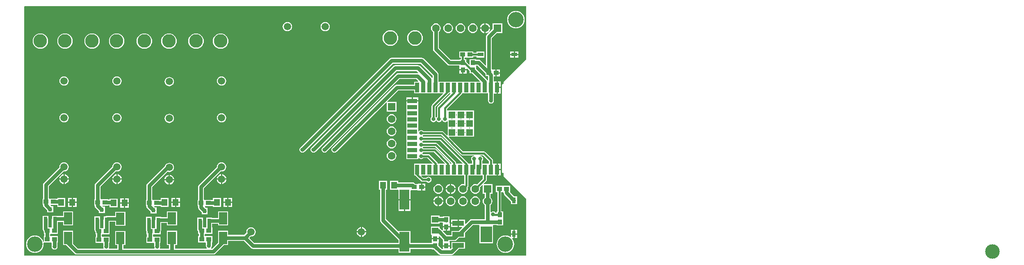
<source format=gtl>
G04*
G04 #@! TF.GenerationSoftware,Altium Limited,Altium Designer,18.0.7 (293)*
G04*
G04 Layer_Physical_Order=1*
G04 Layer_Color=255*
%FSLAX24Y24*%
%MOIN*%
G70*
G01*
G75*
%ADD19R,0.0524X0.0524*%
%ADD20R,0.0354X0.0787*%
%ADD21R,0.0787X0.0354*%
%ADD22R,0.0472X0.0315*%
%ADD23R,0.0394X0.0374*%
%ADD24R,0.0315X0.0354*%
%ADD25R,0.0669X0.0984*%
%ADD26R,0.0500X0.0550*%
%ADD27R,0.0374X0.0394*%
%ADD28R,0.0550X0.0500*%
%ADD29R,0.0315X0.0472*%
%ADD30R,0.0945X0.1299*%
%ADD31R,0.0945X0.0394*%
%ADD32R,0.0787X0.1614*%
%ADD56C,0.0315*%
%ADD57C,0.0157*%
%ADD58C,0.1100*%
%ADD59C,0.0118*%
%ADD60C,0.0591*%
%ADD61R,0.0630X0.0630*%
%ADD62C,0.0630*%
%ADD63C,0.1260*%
%ADD64C,0.1181*%
%ADD65R,0.0630X0.0630*%
%ADD66C,0.0315*%
G36*
X50728Y30293D02*
X50743Y30278D01*
X50750Y30260D01*
X50750Y26008D01*
X50735Y25964D01*
Y25964D01*
X48900Y24129D01*
Y23952D01*
X48844D01*
X48813Y23946D01*
X48787Y23929D01*
X48770Y23903D01*
X48763Y23872D01*
Y16785D01*
X48770Y16755D01*
X48787Y16729D01*
X48813Y16711D01*
X48844Y16705D01*
X48900D01*
Y16421D01*
X50735Y14585D01*
X50739Y14582D01*
X50744Y14574D01*
X50748Y14565D01*
X50750Y14555D01*
X50750Y14550D01*
X50750D01*
Y9990D01*
X50743Y9972D01*
X50728Y9957D01*
X50710Y9950D01*
X9990D01*
X9972Y9957D01*
X9957Y9972D01*
X9950Y9990D01*
Y10000D01*
Y30250D01*
Y30260D01*
X9957Y30278D01*
X9972Y30293D01*
X9990Y30300D01*
X50710D01*
X50728Y30293D01*
D02*
G37*
%LPC*%
G36*
X47450Y28912D02*
Y28550D01*
X47812D01*
X47804Y28608D01*
X47762Y28709D01*
X47696Y28796D01*
X47609Y28862D01*
X47508Y28904D01*
X47450Y28912D01*
D02*
G37*
G36*
X47350D02*
X47292Y28904D01*
X47191Y28862D01*
X47104Y28796D01*
X47038Y28709D01*
X46996Y28608D01*
X46988Y28550D01*
X47350D01*
Y28912D01*
D02*
G37*
G36*
X49900Y29912D02*
X49761Y29898D01*
X49627Y29858D01*
X49504Y29792D01*
X49396Y29704D01*
X49308Y29596D01*
X49242Y29473D01*
X49202Y29339D01*
X49188Y29200D01*
X49202Y29061D01*
X49242Y28927D01*
X49308Y28804D01*
X49396Y28696D01*
X49504Y28608D01*
X49627Y28542D01*
X49761Y28502D01*
X49900Y28488D01*
X50039Y28502D01*
X50173Y28542D01*
X50296Y28608D01*
X50404Y28696D01*
X50492Y28804D01*
X50558Y28927D01*
X50598Y29061D01*
X50612Y29200D01*
X50598Y29339D01*
X50558Y29473D01*
X50492Y29596D01*
X50404Y29704D01*
X50296Y29792D01*
X50173Y29858D01*
X50039Y29898D01*
X49900Y29912D01*
D02*
G37*
G36*
X34397Y29010D02*
X34300Y28997D01*
X34209Y28959D01*
X34130Y28899D01*
X34071Y28821D01*
X34033Y28730D01*
X34020Y28632D01*
X34033Y28535D01*
X34071Y28444D01*
X34130Y28366D01*
X34209Y28306D01*
X34300Y28268D01*
X34397Y28255D01*
X34495Y28268D01*
X34586Y28306D01*
X34664Y28366D01*
X34724Y28444D01*
X34762Y28535D01*
X34774Y28632D01*
X34762Y28730D01*
X34724Y28821D01*
X34664Y28899D01*
X34586Y28959D01*
X34495Y28997D01*
X34397Y29010D01*
D02*
G37*
G36*
X31326D02*
X31229Y28997D01*
X31138Y28959D01*
X31060Y28899D01*
X31000Y28821D01*
X30962Y28730D01*
X30949Y28632D01*
X30962Y28535D01*
X31000Y28444D01*
X31060Y28366D01*
X31138Y28306D01*
X31229Y28268D01*
X31326Y28255D01*
X31424Y28268D01*
X31515Y28306D01*
X31593Y28366D01*
X31653Y28444D01*
X31691Y28535D01*
X31704Y28632D01*
X31691Y28730D01*
X31653Y28821D01*
X31593Y28899D01*
X31515Y28959D01*
X31424Y28997D01*
X31326Y29010D01*
D02*
G37*
G36*
X46400Y28897D02*
X46297Y28884D01*
X46201Y28844D01*
X46119Y28781D01*
X46056Y28699D01*
X46016Y28603D01*
X46003Y28500D01*
X46016Y28397D01*
X46056Y28301D01*
X46119Y28219D01*
X46201Y28156D01*
X46297Y28116D01*
X46400Y28103D01*
X46503Y28116D01*
X46599Y28156D01*
X46681Y28219D01*
X46744Y28301D01*
X46784Y28397D01*
X46797Y28500D01*
X46784Y28603D01*
X46744Y28699D01*
X46681Y28781D01*
X46599Y28844D01*
X46503Y28884D01*
X46400Y28897D01*
D02*
G37*
G36*
X45400D02*
X45297Y28884D01*
X45201Y28844D01*
X45119Y28781D01*
X45056Y28699D01*
X45016Y28603D01*
X45003Y28500D01*
X45016Y28397D01*
X45056Y28301D01*
X45119Y28219D01*
X45201Y28156D01*
X45297Y28116D01*
X45400Y28103D01*
X45503Y28116D01*
X45599Y28156D01*
X45681Y28219D01*
X45744Y28301D01*
X45784Y28397D01*
X45797Y28500D01*
X45784Y28603D01*
X45744Y28699D01*
X45681Y28781D01*
X45599Y28844D01*
X45503Y28884D01*
X45400Y28897D01*
D02*
G37*
G36*
X44400D02*
X44297Y28884D01*
X44201Y28844D01*
X44119Y28781D01*
X44056Y28699D01*
X44016Y28603D01*
X44003Y28500D01*
X44016Y28397D01*
X44056Y28301D01*
X44119Y28219D01*
X44201Y28156D01*
X44297Y28116D01*
X44400Y28103D01*
X44503Y28116D01*
X44599Y28156D01*
X44681Y28219D01*
X44744Y28301D01*
X44784Y28397D01*
X44797Y28500D01*
X44784Y28603D01*
X44744Y28699D01*
X44681Y28781D01*
X44599Y28844D01*
X44503Y28884D01*
X44400Y28897D01*
D02*
G37*
G36*
X47350Y28450D02*
X46988D01*
X46996Y28392D01*
X47038Y28291D01*
X47104Y28204D01*
X47191Y28138D01*
X47292Y28096D01*
X47350Y28088D01*
Y28450D01*
D02*
G37*
G36*
X41700Y28332D02*
X41577Y28320D01*
X41458Y28284D01*
X41349Y28225D01*
X41253Y28147D01*
X41175Y28051D01*
X41116Y27942D01*
X41080Y27823D01*
X41068Y27700D01*
X41080Y27577D01*
X41116Y27458D01*
X41175Y27349D01*
X41253Y27253D01*
X41349Y27175D01*
X41458Y27116D01*
X41577Y27080D01*
X41700Y27068D01*
X41823Y27080D01*
X41942Y27116D01*
X42051Y27175D01*
X42147Y27253D01*
X42225Y27349D01*
X42284Y27458D01*
X42320Y27577D01*
X42332Y27700D01*
X42320Y27823D01*
X42284Y27942D01*
X42225Y28051D01*
X42147Y28147D01*
X42051Y28225D01*
X41942Y28284D01*
X41823Y28320D01*
X41700Y28332D01*
D02*
G37*
G36*
X39700D02*
X39577Y28320D01*
X39458Y28284D01*
X39349Y28225D01*
X39253Y28147D01*
X39175Y28051D01*
X39116Y27942D01*
X39080Y27823D01*
X39068Y27700D01*
X39080Y27577D01*
X39116Y27458D01*
X39175Y27349D01*
X39253Y27253D01*
X39349Y27175D01*
X39458Y27116D01*
X39577Y27080D01*
X39700Y27068D01*
X39823Y27080D01*
X39942Y27116D01*
X40051Y27175D01*
X40147Y27253D01*
X40225Y27349D01*
X40284Y27458D01*
X40320Y27577D01*
X40332Y27700D01*
X40320Y27823D01*
X40284Y27942D01*
X40225Y28051D01*
X40147Y28147D01*
X40051Y28225D01*
X39942Y28284D01*
X39823Y28320D01*
X39700Y28332D01*
D02*
G37*
G36*
X25900Y28082D02*
X25777Y28070D01*
X25658Y28034D01*
X25549Y27975D01*
X25453Y27897D01*
X25375Y27801D01*
X25316Y27692D01*
X25280Y27573D01*
X25268Y27450D01*
X25280Y27327D01*
X25316Y27208D01*
X25375Y27099D01*
X25453Y27003D01*
X25549Y26925D01*
X25658Y26866D01*
X25777Y26830D01*
X25900Y26818D01*
X26023Y26830D01*
X26142Y26866D01*
X26251Y26925D01*
X26347Y27003D01*
X26425Y27099D01*
X26484Y27208D01*
X26520Y27327D01*
X26532Y27450D01*
X26520Y27573D01*
X26484Y27692D01*
X26425Y27801D01*
X26347Y27897D01*
X26251Y27975D01*
X26142Y28034D01*
X26023Y28070D01*
X25900Y28082D01*
D02*
G37*
G36*
X23900D02*
X23777Y28070D01*
X23658Y28034D01*
X23549Y27975D01*
X23453Y27897D01*
X23375Y27801D01*
X23316Y27692D01*
X23280Y27573D01*
X23268Y27450D01*
X23280Y27327D01*
X23316Y27208D01*
X23375Y27099D01*
X23453Y27003D01*
X23549Y26925D01*
X23658Y26866D01*
X23777Y26830D01*
X23900Y26818D01*
X24023Y26830D01*
X24142Y26866D01*
X24251Y26925D01*
X24347Y27003D01*
X24425Y27099D01*
X24484Y27208D01*
X24520Y27327D01*
X24532Y27450D01*
X24520Y27573D01*
X24484Y27692D01*
X24425Y27801D01*
X24347Y27897D01*
X24251Y27975D01*
X24142Y28034D01*
X24023Y28070D01*
X23900Y28082D01*
D02*
G37*
G36*
X21700D02*
X21577Y28070D01*
X21458Y28034D01*
X21349Y27975D01*
X21253Y27897D01*
X21175Y27801D01*
X21116Y27692D01*
X21080Y27573D01*
X21068Y27450D01*
X21080Y27327D01*
X21116Y27208D01*
X21175Y27099D01*
X21253Y27003D01*
X21349Y26925D01*
X21458Y26866D01*
X21577Y26830D01*
X21700Y26818D01*
X21823Y26830D01*
X21942Y26866D01*
X22051Y26925D01*
X22147Y27003D01*
X22225Y27099D01*
X22284Y27208D01*
X22320Y27327D01*
X22332Y27450D01*
X22320Y27573D01*
X22284Y27692D01*
X22225Y27801D01*
X22147Y27897D01*
X22051Y27975D01*
X21942Y28034D01*
X21823Y28070D01*
X21700Y28082D01*
D02*
G37*
G36*
X19700D02*
X19577Y28070D01*
X19458Y28034D01*
X19349Y27975D01*
X19253Y27897D01*
X19175Y27801D01*
X19116Y27692D01*
X19080Y27573D01*
X19068Y27450D01*
X19080Y27327D01*
X19116Y27208D01*
X19175Y27099D01*
X19253Y27003D01*
X19349Y26925D01*
X19458Y26866D01*
X19577Y26830D01*
X19700Y26818D01*
X19823Y26830D01*
X19942Y26866D01*
X20051Y26925D01*
X20147Y27003D01*
X20225Y27099D01*
X20284Y27208D01*
X20320Y27327D01*
X20332Y27450D01*
X20320Y27573D01*
X20284Y27692D01*
X20225Y27801D01*
X20147Y27897D01*
X20051Y27975D01*
X19942Y28034D01*
X19823Y28070D01*
X19700Y28082D01*
D02*
G37*
G36*
X17450D02*
X17327Y28070D01*
X17208Y28034D01*
X17099Y27975D01*
X17003Y27897D01*
X16925Y27801D01*
X16866Y27692D01*
X16830Y27573D01*
X16818Y27450D01*
X16830Y27327D01*
X16866Y27208D01*
X16925Y27099D01*
X17003Y27003D01*
X17099Y26925D01*
X17208Y26866D01*
X17327Y26830D01*
X17450Y26818D01*
X17573Y26830D01*
X17692Y26866D01*
X17801Y26925D01*
X17897Y27003D01*
X17975Y27099D01*
X18034Y27208D01*
X18070Y27327D01*
X18082Y27450D01*
X18070Y27573D01*
X18034Y27692D01*
X17975Y27801D01*
X17897Y27897D01*
X17801Y27975D01*
X17692Y28034D01*
X17573Y28070D01*
X17450Y28082D01*
D02*
G37*
G36*
X15450D02*
X15327Y28070D01*
X15208Y28034D01*
X15099Y27975D01*
X15003Y27897D01*
X14925Y27801D01*
X14866Y27692D01*
X14830Y27573D01*
X14818Y27450D01*
X14830Y27327D01*
X14866Y27208D01*
X14925Y27099D01*
X15003Y27003D01*
X15099Y26925D01*
X15208Y26866D01*
X15327Y26830D01*
X15450Y26818D01*
X15573Y26830D01*
X15692Y26866D01*
X15801Y26925D01*
X15897Y27003D01*
X15975Y27099D01*
X16034Y27208D01*
X16070Y27327D01*
X16082Y27450D01*
X16070Y27573D01*
X16034Y27692D01*
X15975Y27801D01*
X15897Y27897D01*
X15801Y27975D01*
X15692Y28034D01*
X15573Y28070D01*
X15450Y28082D01*
D02*
G37*
G36*
X13250D02*
X13127Y28070D01*
X13008Y28034D01*
X12899Y27975D01*
X12803Y27897D01*
X12725Y27801D01*
X12666Y27692D01*
X12630Y27573D01*
X12618Y27450D01*
X12630Y27327D01*
X12666Y27208D01*
X12725Y27099D01*
X12803Y27003D01*
X12899Y26925D01*
X13008Y26866D01*
X13127Y26830D01*
X13250Y26818D01*
X13373Y26830D01*
X13492Y26866D01*
X13601Y26925D01*
X13697Y27003D01*
X13775Y27099D01*
X13834Y27208D01*
X13870Y27327D01*
X13882Y27450D01*
X13870Y27573D01*
X13834Y27692D01*
X13775Y27801D01*
X13697Y27897D01*
X13601Y27975D01*
X13492Y28034D01*
X13373Y28070D01*
X13250Y28082D01*
D02*
G37*
G36*
X11250D02*
X11127Y28070D01*
X11008Y28034D01*
X10899Y27975D01*
X10803Y27897D01*
X10725Y27801D01*
X10666Y27692D01*
X10630Y27573D01*
X10618Y27450D01*
X10630Y27327D01*
X10666Y27208D01*
X10725Y27099D01*
X10803Y27003D01*
X10899Y26925D01*
X11008Y26866D01*
X11127Y26830D01*
X11250Y26818D01*
X11373Y26830D01*
X11492Y26866D01*
X11601Y26925D01*
X11697Y27003D01*
X11775Y27099D01*
X11834Y27208D01*
X11870Y27327D01*
X11882Y27450D01*
X11870Y27573D01*
X11834Y27692D01*
X11775Y27801D01*
X11697Y27897D01*
X11601Y27975D01*
X11492Y28034D01*
X11373Y28070D01*
X11250Y28082D01*
D02*
G37*
G36*
X50114Y26607D02*
X49828D01*
Y26400D01*
X50114D01*
Y26607D01*
D02*
G37*
G36*
X49728D02*
X49442D01*
Y26400D01*
X49728D01*
Y26607D01*
D02*
G37*
G36*
X50114Y26300D02*
X49828D01*
Y26093D01*
X50114D01*
Y26300D01*
D02*
G37*
G36*
X49728D02*
X49442D01*
Y26093D01*
X49728D01*
Y26300D01*
D02*
G37*
G36*
X48592Y25137D02*
X48345D01*
Y24900D01*
X48592D01*
Y25137D01*
D02*
G37*
G36*
X45887Y25055D02*
X45650D01*
Y24808D01*
X45887D01*
Y25055D01*
D02*
G37*
G36*
X45550D02*
X45313D01*
Y24808D01*
X45550D01*
Y25055D01*
D02*
G37*
G36*
X48592Y24800D02*
X48345D01*
Y24563D01*
X48592D01*
Y24800D01*
D02*
G37*
G36*
X43400Y28897D02*
X43297Y28884D01*
X43201Y28844D01*
X43119Y28781D01*
X43056Y28699D01*
X43016Y28603D01*
X43003Y28500D01*
X43016Y28397D01*
X43056Y28301D01*
X43119Y28219D01*
X43159Y28189D01*
Y26800D01*
X43177Y26708D01*
X43230Y26630D01*
X44334Y25525D01*
X44413Y25473D01*
X44505Y25454D01*
X45298D01*
X45301Y25447D01*
X45313Y25402D01*
X45313Y25402D01*
X45313Y25402D01*
Y25155D01*
X45887D01*
Y25221D01*
X45933Y25240D01*
X46134Y25039D01*
Y24834D01*
X46335D01*
X46975Y24194D01*
X46956Y24148D01*
X43616D01*
Y24725D01*
X43598Y24817D01*
X43545Y24895D01*
X42420Y26020D01*
X42342Y26073D01*
X42250Y26091D01*
X39807D01*
X39715Y26073D01*
X39636Y26020D01*
X32380Y18764D01*
X32327Y18685D01*
X32309Y18593D01*
X32327Y18501D01*
X32380Y18423D01*
X32458Y18371D01*
X32550Y18352D01*
X32642Y18371D01*
X32720Y18423D01*
X39907Y25609D01*
X42150D01*
X43134Y24625D01*
Y24452D01*
X43084Y24437D01*
X43046Y24495D01*
X42120Y25420D01*
X42042Y25473D01*
X41950Y25491D01*
X40107D01*
X40015Y25473D01*
X39936Y25420D01*
X33280Y18764D01*
X33227Y18685D01*
X33209Y18593D01*
X33227Y18501D01*
X33280Y18423D01*
X33358Y18371D01*
X33450Y18352D01*
X33542Y18371D01*
X33620Y18423D01*
X40207Y25009D01*
X41850D01*
X41984Y24875D01*
X41960Y24829D01*
X41900Y24841D01*
X40343D01*
X40251Y24823D01*
X40173Y24770D01*
X34180Y18777D01*
X34127Y18699D01*
X34109Y18607D01*
Y18600D01*
X34127Y18508D01*
X34180Y18430D01*
X34258Y18377D01*
X34350Y18359D01*
X34442Y18377D01*
X34520Y18430D01*
X34534Y18450D01*
X40443Y24359D01*
X41800D01*
X41966Y24194D01*
X41946Y24148D01*
X41619D01*
Y23916D01*
X40232D01*
X40140Y23898D01*
X40062Y23846D01*
X34980Y18764D01*
X34927Y18685D01*
X34909Y18593D01*
X34927Y18501D01*
X34980Y18423D01*
X35058Y18371D01*
X35150Y18352D01*
X35242Y18371D01*
X35320Y18423D01*
X39356Y22459D01*
X39406Y22438D01*
Y21706D01*
X40194D01*
Y22494D01*
X39462D01*
X39441Y22544D01*
X40332Y23434D01*
X41619D01*
Y23203D01*
X43960D01*
X43979Y23157D01*
X43086Y22264D01*
X43052Y22211D01*
X43039Y22150D01*
X43039Y22150D01*
Y21260D01*
X43030Y21254D01*
X42977Y21176D01*
X42959Y21084D01*
X42977Y20991D01*
X43030Y20913D01*
X43108Y20861D01*
X43200Y20843D01*
X43292Y20861D01*
X43370Y20913D01*
X43395Y20950D01*
X43455D01*
X43480Y20913D01*
X43558Y20861D01*
X43650Y20843D01*
X43742Y20861D01*
X43820Y20913D01*
X43873Y20991D01*
X43875Y21002D01*
X43925D01*
X43927Y20991D01*
X43980Y20913D01*
X44058Y20861D01*
X44150Y20843D01*
X44242Y20861D01*
X44309Y20906D01*
X44359Y20889D01*
Y20382D01*
X44359D01*
Y20341D01*
X44359D01*
Y19783D01*
X44313Y19764D01*
X44014Y20064D01*
X43961Y20098D01*
X43900Y20111D01*
X43900Y20111D01*
X42377D01*
X42370Y20120D01*
X42292Y20173D01*
X42200Y20191D01*
X42108Y20173D01*
X42030Y20120D01*
X42004Y20082D01*
X41954Y20097D01*
Y20323D01*
Y20823D01*
Y21323D01*
Y21823D01*
Y22302D01*
X41975D01*
Y22529D01*
X41481D01*
X40988D01*
Y22302D01*
X41009D01*
Y21823D01*
Y21323D01*
Y20823D01*
Y20323D01*
Y19823D01*
Y19323D01*
Y18823D01*
Y18323D01*
Y17823D01*
X41954D01*
Y17932D01*
X42004Y17947D01*
X42030Y17908D01*
X42108Y17856D01*
X42200Y17838D01*
X42292Y17856D01*
X42370Y17908D01*
X42377Y17918D01*
X42705D01*
X43122Y17501D01*
X43103Y17455D01*
X41619D01*
Y16510D01*
X41729D01*
X41762Y16461D01*
X42186Y16036D01*
X42186Y16036D01*
X42239Y16002D01*
X42300Y15989D01*
X42623D01*
X42630Y15980D01*
X42708Y15927D01*
X42800Y15909D01*
X42892Y15927D01*
X42970Y15980D01*
X43023Y16058D01*
X43041Y16150D01*
X43023Y16242D01*
X42970Y16320D01*
X42892Y16373D01*
X42800Y16391D01*
X42708Y16373D01*
X42630Y16320D01*
X42623Y16311D01*
X42367D01*
X42213Y16464D01*
X42233Y16510D01*
X45715D01*
Y15830D01*
X45665Y15789D01*
X45600Y15797D01*
X45497Y15784D01*
X45401Y15744D01*
X45319Y15681D01*
X45256Y15599D01*
X45216Y15503D01*
X45203Y15400D01*
X45216Y15297D01*
X45256Y15201D01*
X45319Y15119D01*
X45401Y15056D01*
X45497Y15016D01*
X45600Y15003D01*
X45703Y15016D01*
X45799Y15056D01*
X45881Y15119D01*
X45944Y15201D01*
X45984Y15297D01*
X45997Y15400D01*
X45984Y15503D01*
X45968Y15541D01*
X45989Y15562D01*
X45989Y15562D01*
X46024Y15614D01*
X46036Y15675D01*
Y16510D01*
X47215D01*
Y16242D01*
X46741Y15768D01*
X46703Y15784D01*
X46600Y15797D01*
X46497Y15784D01*
X46401Y15744D01*
X46319Y15681D01*
X46256Y15599D01*
X46216Y15503D01*
X46203Y15400D01*
X46216Y15297D01*
X46256Y15201D01*
X46319Y15119D01*
X46401Y15056D01*
X46497Y15016D01*
X46600Y15003D01*
X46703Y15016D01*
X46799Y15056D01*
X46881Y15119D01*
X46944Y15201D01*
X46984Y15297D01*
X46997Y15400D01*
X46984Y15503D01*
X46968Y15541D01*
X47160Y15733D01*
X47206Y15714D01*
Y15006D01*
X47359D01*
Y14711D01*
X47319Y14681D01*
X47256Y14599D01*
X47216Y14503D01*
X47203Y14400D01*
X47216Y14297D01*
X47256Y14201D01*
X47319Y14119D01*
X47359Y14089D01*
Y12941D01*
X46306D01*
X46214Y12923D01*
X46136Y12870D01*
X45827Y12561D01*
X45781Y12581D01*
Y12902D01*
X45258D01*
Y12606D01*
Y12309D01*
X45509D01*
X45528Y12262D01*
X45241Y11976D01*
X44657D01*
Y11636D01*
X44300D01*
X43978Y11958D01*
X43999Y12008D01*
X44200D01*
Y12255D01*
X43963D01*
Y12044D01*
X43913Y12023D01*
X43759Y12177D01*
X43704Y12214D01*
Y12335D01*
X42996D01*
Y11678D01*
X43039D01*
X43063Y11637D01*
Y11391D01*
X43350D01*
X43637D01*
Y11552D01*
X43683Y11571D01*
X43984Y11270D01*
X43984Y11093D01*
X43963Y11052D01*
X43963Y11028D01*
Y10805D01*
X44537D01*
X44537Y11052D01*
X44516Y11093D01*
X44516Y11119D01*
X44551Y11154D01*
X44904D01*
X44996Y11173D01*
X45074Y11225D01*
X45273Y11424D01*
X45759D01*
Y11813D01*
X46406Y12459D01*
X46903D01*
X46941Y12428D01*
X46941Y12409D01*
Y10972D01*
X48043D01*
Y12409D01*
X48043Y12428D01*
X48080Y12459D01*
X48334D01*
Y12424D01*
X48866D01*
Y12976D01*
X48866D01*
Y13015D01*
X48866D01*
Y13566D01*
X48715D01*
Y15134D01*
X48820D01*
X48830Y15134D01*
X48870D01*
X48904Y15094D01*
Y15083D01*
X48923Y14991D01*
X48975Y14912D01*
X49514Y14374D01*
Y14163D01*
X49986D01*
Y14455D01*
X49991Y14478D01*
X49986Y14501D01*
Y14793D01*
X49776D01*
X49421Y15148D01*
Y15666D01*
X48880D01*
X48870Y15666D01*
X48830D01*
X48820Y15666D01*
X48279D01*
Y15134D01*
X48394D01*
Y13566D01*
X48334D01*
Y13451D01*
X48257D01*
X48220Y13506D01*
X48142Y13558D01*
X48050Y13577D01*
X47958Y13558D01*
X47891Y13514D01*
X47841Y13531D01*
Y14089D01*
X47881Y14119D01*
X47944Y14201D01*
X47984Y14297D01*
X47997Y14400D01*
X47984Y14503D01*
X47944Y14599D01*
X47881Y14681D01*
X47841Y14711D01*
Y15006D01*
X47994D01*
Y15794D01*
X47286D01*
X47267Y15840D01*
X47489Y16062D01*
X47524Y16114D01*
X47536Y16175D01*
Y16510D01*
X48098D01*
Y16489D01*
X48325D01*
Y16982D01*
Y17476D01*
X48098D01*
Y17455D01*
X48036D01*
Y17725D01*
X48024Y17786D01*
X47989Y17838D01*
X47989Y17838D01*
X47414Y18414D01*
X47361Y18448D01*
X47300Y18461D01*
X47300Y18461D01*
X45617D01*
X44464Y19613D01*
X44483Y19659D01*
X45041D01*
Y19659D01*
X45082D01*
Y19659D01*
X45763D01*
Y19659D01*
X45804D01*
Y19659D01*
X46485D01*
Y20341D01*
X46485D01*
Y20382D01*
X46485D01*
Y21063D01*
X46485D01*
Y21104D01*
X46485D01*
Y21785D01*
X45804D01*
Y21785D01*
X45763D01*
Y21785D01*
X45082D01*
Y21785D01*
X45041D01*
Y21785D01*
X44359D01*
Y21785D01*
X44311Y21788D01*
Y21933D01*
X45489Y23112D01*
X45489Y23112D01*
X45524Y23164D01*
X45531Y23203D01*
X47634D01*
Y22600D01*
X47653Y22508D01*
X47705Y22430D01*
X47783Y22377D01*
X47875Y22359D01*
X47967Y22377D01*
X48046Y22430D01*
X48098Y22508D01*
X48116Y22600D01*
Y23182D01*
X48325D01*
Y23675D01*
Y24169D01*
X48103D01*
Y24563D01*
X48245D01*
Y24850D01*
Y25137D01*
X47998D01*
Y25137D01*
X47996Y25134D01*
X47946Y25152D01*
Y27705D01*
X48347Y28106D01*
X48794D01*
Y28894D01*
X48006D01*
Y28447D01*
X47744Y28185D01*
X47707Y28218D01*
X47715Y28229D01*
X47762Y28291D01*
X47804Y28392D01*
X47812Y28450D01*
X47450D01*
Y28088D01*
X47508Y28096D01*
X47609Y28138D01*
X47671Y28185D01*
X47682Y28193D01*
X47715Y28156D01*
X47534Y27975D01*
X47482Y27897D01*
X47464Y27805D01*
Y25497D01*
X47418Y25478D01*
X47025Y25870D01*
X46947Y25923D01*
X46855Y25941D01*
X46666D01*
Y25976D01*
X46134D01*
Y25558D01*
X46088Y25539D01*
X45866Y25761D01*
Y25971D01*
X45740D01*
Y26084D01*
X45845D01*
X45856Y26084D01*
X45895D01*
X45906Y26084D01*
X46446D01*
Y26189D01*
X46707D01*
Y26114D01*
X47337D01*
Y26348D01*
X47337Y26350D01*
X47337Y26352D01*
Y26586D01*
X46707D01*
Y26511D01*
X46446D01*
Y26616D01*
X45906D01*
X45895Y26616D01*
X45856D01*
X45845Y26616D01*
X45304D01*
Y26084D01*
X45419D01*
Y25971D01*
X45334D01*
Y25936D01*
X44604D01*
X43641Y26900D01*
Y28189D01*
X43681Y28219D01*
X43744Y28301D01*
X43784Y28397D01*
X43797Y28500D01*
X43784Y28603D01*
X43744Y28699D01*
X43681Y28781D01*
X43599Y28844D01*
X43503Y28884D01*
X43400Y28897D01*
D02*
G37*
G36*
X25978Y24577D02*
X25880Y24564D01*
X25789Y24527D01*
X25711Y24467D01*
X25651Y24389D01*
X25613Y24298D01*
X25600Y24200D01*
X25613Y24102D01*
X25651Y24011D01*
X25711Y23933D01*
X25789Y23873D01*
X25880Y23836D01*
X25978Y23823D01*
X26075Y23836D01*
X26166Y23873D01*
X26244Y23933D01*
X26304Y24011D01*
X26342Y24102D01*
X26355Y24200D01*
X26342Y24298D01*
X26304Y24389D01*
X26244Y24467D01*
X26166Y24527D01*
X26075Y24564D01*
X25978Y24577D01*
D02*
G37*
G36*
X17478D02*
X17380Y24564D01*
X17289Y24527D01*
X17211Y24467D01*
X17151Y24389D01*
X17113Y24298D01*
X17100Y24200D01*
X17113Y24102D01*
X17151Y24011D01*
X17211Y23933D01*
X17289Y23873D01*
X17380Y23836D01*
X17478Y23823D01*
X17575Y23836D01*
X17666Y23873D01*
X17744Y23933D01*
X17804Y24011D01*
X17842Y24102D01*
X17855Y24200D01*
X17842Y24298D01*
X17804Y24389D01*
X17744Y24467D01*
X17666Y24527D01*
X17575Y24564D01*
X17478Y24577D01*
D02*
G37*
G36*
X13178D02*
X13080Y24564D01*
X12989Y24527D01*
X12911Y24467D01*
X12851Y24389D01*
X12813Y24298D01*
X12800Y24200D01*
X12813Y24102D01*
X12851Y24011D01*
X12911Y23933D01*
X12989Y23873D01*
X13080Y23836D01*
X13178Y23823D01*
X13275Y23836D01*
X13366Y23873D01*
X13444Y23933D01*
X13504Y24011D01*
X13542Y24102D01*
X13555Y24200D01*
X13542Y24298D01*
X13504Y24389D01*
X13444Y24467D01*
X13366Y24527D01*
X13275Y24564D01*
X13178Y24577D01*
D02*
G37*
G36*
X21728Y24527D02*
X21630Y24514D01*
X21539Y24477D01*
X21461Y24417D01*
X21401Y24339D01*
X21363Y24248D01*
X21350Y24150D01*
X21363Y24052D01*
X21401Y23961D01*
X21461Y23883D01*
X21539Y23823D01*
X21630Y23786D01*
X21728Y23773D01*
X21825Y23786D01*
X21916Y23823D01*
X21994Y23883D01*
X22054Y23961D01*
X22092Y24052D01*
X22105Y24150D01*
X22092Y24248D01*
X22054Y24339D01*
X21994Y24417D01*
X21916Y24477D01*
X21825Y24514D01*
X21728Y24527D01*
D02*
G37*
G36*
X48652Y24169D02*
X48425D01*
Y23725D01*
X48652D01*
Y24169D01*
D02*
G37*
G36*
Y23625D02*
X48425D01*
Y23182D01*
X48652D01*
Y23625D01*
D02*
G37*
G36*
X41975Y22856D02*
X41532D01*
Y22629D01*
X41975D01*
Y22856D01*
D02*
G37*
G36*
X41431D02*
X40988D01*
Y22629D01*
X41431D01*
Y22856D01*
D02*
G37*
G36*
X25978Y21577D02*
X25880Y21564D01*
X25789Y21527D01*
X25711Y21467D01*
X25651Y21389D01*
X25613Y21298D01*
X25600Y21200D01*
X25613Y21102D01*
X25651Y21011D01*
X25711Y20933D01*
X25789Y20873D01*
X25880Y20836D01*
X25978Y20823D01*
X26075Y20836D01*
X26166Y20873D01*
X26244Y20933D01*
X26304Y21011D01*
X26342Y21102D01*
X26355Y21200D01*
X26342Y21298D01*
X26304Y21389D01*
X26244Y21467D01*
X26166Y21527D01*
X26075Y21564D01*
X25978Y21577D01*
D02*
G37*
G36*
X17478D02*
X17380Y21564D01*
X17289Y21527D01*
X17211Y21467D01*
X17151Y21389D01*
X17113Y21298D01*
X17100Y21200D01*
X17113Y21102D01*
X17151Y21011D01*
X17211Y20933D01*
X17289Y20873D01*
X17380Y20836D01*
X17478Y20823D01*
X17575Y20836D01*
X17666Y20873D01*
X17744Y20933D01*
X17804Y21011D01*
X17842Y21102D01*
X17855Y21200D01*
X17842Y21298D01*
X17804Y21389D01*
X17744Y21467D01*
X17666Y21527D01*
X17575Y21564D01*
X17478Y21577D01*
D02*
G37*
G36*
X13178D02*
X13080Y21564D01*
X12989Y21527D01*
X12911Y21467D01*
X12851Y21389D01*
X12813Y21298D01*
X12800Y21200D01*
X12813Y21102D01*
X12851Y21011D01*
X12911Y20933D01*
X12989Y20873D01*
X13080Y20836D01*
X13178Y20823D01*
X13275Y20836D01*
X13366Y20873D01*
X13444Y20933D01*
X13504Y21011D01*
X13542Y21102D01*
X13555Y21200D01*
X13542Y21298D01*
X13504Y21389D01*
X13444Y21467D01*
X13366Y21527D01*
X13275Y21564D01*
X13178Y21577D01*
D02*
G37*
G36*
X21728Y21527D02*
X21630Y21514D01*
X21539Y21477D01*
X21461Y21417D01*
X21401Y21339D01*
X21363Y21248D01*
X21350Y21150D01*
X21363Y21052D01*
X21401Y20961D01*
X21461Y20883D01*
X21539Y20823D01*
X21630Y20786D01*
X21728Y20773D01*
X21825Y20786D01*
X21916Y20823D01*
X21994Y20883D01*
X22054Y20961D01*
X22092Y21052D01*
X22105Y21150D01*
X22092Y21248D01*
X22054Y21339D01*
X21994Y21417D01*
X21916Y21477D01*
X21825Y21514D01*
X21728Y21527D01*
D02*
G37*
G36*
X39800Y21497D02*
X39697Y21484D01*
X39601Y21444D01*
X39519Y21381D01*
X39456Y21299D01*
X39416Y21203D01*
X39403Y21100D01*
X39416Y20997D01*
X39456Y20901D01*
X39519Y20819D01*
X39601Y20756D01*
X39697Y20716D01*
X39800Y20703D01*
X39903Y20716D01*
X39999Y20756D01*
X40081Y20819D01*
X40144Y20901D01*
X40184Y20997D01*
X40197Y21100D01*
X40184Y21203D01*
X40144Y21299D01*
X40081Y21381D01*
X39999Y21444D01*
X39903Y21484D01*
X39800Y21497D01*
D02*
G37*
G36*
Y20497D02*
X39697Y20484D01*
X39601Y20444D01*
X39519Y20381D01*
X39456Y20299D01*
X39416Y20203D01*
X39403Y20100D01*
X39416Y19997D01*
X39456Y19901D01*
X39519Y19819D01*
X39601Y19756D01*
X39697Y19716D01*
X39800Y19703D01*
X39903Y19716D01*
X39999Y19756D01*
X40081Y19819D01*
X40144Y19901D01*
X40184Y19997D01*
X40197Y20100D01*
X40184Y20203D01*
X40144Y20299D01*
X40081Y20381D01*
X39999Y20444D01*
X39903Y20484D01*
X39800Y20497D01*
D02*
G37*
G36*
Y19497D02*
X39697Y19484D01*
X39601Y19444D01*
X39519Y19381D01*
X39456Y19299D01*
X39416Y19203D01*
X39403Y19100D01*
X39416Y18997D01*
X39456Y18901D01*
X39519Y18819D01*
X39601Y18756D01*
X39697Y18716D01*
X39800Y18703D01*
X39903Y18716D01*
X39999Y18756D01*
X40081Y18819D01*
X40144Y18901D01*
X40184Y18997D01*
X40197Y19100D01*
X40184Y19203D01*
X40144Y19299D01*
X40081Y19381D01*
X39999Y19444D01*
X39903Y19484D01*
X39800Y19497D01*
D02*
G37*
G36*
Y18497D02*
X39697Y18484D01*
X39601Y18444D01*
X39519Y18381D01*
X39456Y18299D01*
X39416Y18203D01*
X39403Y18100D01*
X39416Y17997D01*
X39456Y17901D01*
X39519Y17819D01*
X39601Y17756D01*
X39697Y17716D01*
X39800Y17703D01*
X39903Y17716D01*
X39999Y17756D01*
X40081Y17819D01*
X40144Y17901D01*
X40184Y17997D01*
X40197Y18100D01*
X40184Y18203D01*
X40144Y18299D01*
X40081Y18381D01*
X39999Y18444D01*
X39903Y18484D01*
X39800Y18497D01*
D02*
G37*
G36*
X48652Y17476D02*
X48425D01*
Y17032D01*
X48652D01*
Y17476D01*
D02*
G37*
G36*
X25978Y17577D02*
X25880Y17564D01*
X25789Y17527D01*
X25711Y17467D01*
X25651Y17389D01*
X25613Y17298D01*
X25600Y17200D01*
X25601Y17192D01*
X24139Y15730D01*
X24087Y15652D01*
X24069Y15559D01*
Y14516D01*
X24034D01*
Y13984D01*
X24069D01*
Y13884D01*
X24087Y13792D01*
X24139Y13714D01*
X24364Y13489D01*
Y13338D01*
X24836D01*
Y13570D01*
X24841Y13594D01*
X24836Y13617D01*
Y13850D01*
X24685D01*
X24622Y13913D01*
X24624Y13974D01*
X24635Y13984D01*
X25176D01*
Y14009D01*
X25271D01*
Y13946D01*
X25929D01*
Y14654D01*
X25271D01*
Y14491D01*
X25176D01*
Y14516D01*
X24635D01*
X24624Y14516D01*
X24585D01*
X24550Y14556D01*
Y15460D01*
X25921Y16830D01*
X25978Y16823D01*
X26075Y16836D01*
X26166Y16873D01*
X26244Y16933D01*
X26304Y17011D01*
X26342Y17102D01*
X26355Y17200D01*
X26342Y17298D01*
X26304Y17389D01*
X26244Y17467D01*
X26166Y17527D01*
X26075Y17564D01*
X25978Y17577D01*
D02*
G37*
G36*
X17478D02*
X17380Y17564D01*
X17289Y17527D01*
X17211Y17467D01*
X17151Y17389D01*
X17113Y17298D01*
X17107Y17247D01*
X15734Y15875D01*
X15682Y15797D01*
X15664Y15705D01*
Y14566D01*
X15629D01*
Y14034D01*
X15665D01*
X15682Y13947D01*
X15734Y13869D01*
X16014Y13589D01*
Y13438D01*
X16486D01*
Y13670D01*
X16491Y13694D01*
X16486Y13717D01*
Y13950D01*
X16335D01*
X16296Y13988D01*
X16315Y14034D01*
X16771D01*
Y14059D01*
X16871D01*
Y13896D01*
X17529D01*
Y14604D01*
X16871D01*
Y14541D01*
X16771D01*
Y14566D01*
X16220D01*
Y14566D01*
X16196D01*
X16146Y14601D01*
Y15605D01*
X17377Y16837D01*
X17380Y16836D01*
X17478Y16823D01*
X17575Y16836D01*
X17666Y16873D01*
X17744Y16933D01*
X17804Y17011D01*
X17842Y17102D01*
X17855Y17200D01*
X17842Y17298D01*
X17804Y17389D01*
X17744Y17467D01*
X17666Y17527D01*
X17575Y17564D01*
X17478Y17577D01*
D02*
G37*
G36*
X13178D02*
X13080Y17564D01*
X12989Y17527D01*
X12911Y17467D01*
X12851Y17389D01*
X12813Y17298D01*
X12800Y17200D01*
X12805Y17168D01*
X11534Y15897D01*
X11482Y15819D01*
X11464Y15727D01*
Y14616D01*
X11429D01*
Y14084D01*
X11465D01*
X11482Y13997D01*
X11534Y13919D01*
X11814Y13639D01*
Y13488D01*
X12286D01*
Y13720D01*
X12291Y13744D01*
X12286Y13767D01*
Y14000D01*
X12135D01*
X12096Y14038D01*
X12115Y14084D01*
X12571D01*
Y14109D01*
X12621D01*
Y13946D01*
X13279D01*
Y14654D01*
X12621D01*
Y14591D01*
X12571D01*
Y14616D01*
X12020D01*
Y14616D01*
X11996D01*
X11946Y14651D01*
Y15627D01*
X13145Y16827D01*
X13178Y16823D01*
X13275Y16836D01*
X13366Y16873D01*
X13444Y16933D01*
X13504Y17011D01*
X13542Y17102D01*
X13555Y17200D01*
X13542Y17298D01*
X13504Y17389D01*
X13444Y17467D01*
X13366Y17527D01*
X13275Y17564D01*
X13178Y17577D01*
D02*
G37*
G36*
X21728Y17527D02*
X21630Y17514D01*
X21539Y17477D01*
X21461Y17417D01*
X21401Y17339D01*
X21368Y17258D01*
X19934Y15825D01*
X19882Y15747D01*
X19864Y15655D01*
Y14516D01*
X19829D01*
Y13984D01*
X19866D01*
X19882Y13903D01*
X19934Y13825D01*
X20214Y13546D01*
Y13394D01*
X20686D01*
Y13627D01*
X20691Y13650D01*
X20686Y13673D01*
Y13906D01*
X20536D01*
X20508Y13940D01*
X20527Y13984D01*
X20971D01*
Y14009D01*
X21021D01*
Y13946D01*
X21679D01*
Y14654D01*
X21021D01*
Y14491D01*
X20971D01*
Y14516D01*
X20420D01*
Y14516D01*
X20396D01*
X20346Y14551D01*
Y15555D01*
X21592Y16801D01*
X21630Y16786D01*
X21728Y16773D01*
X21825Y16786D01*
X21916Y16823D01*
X21994Y16883D01*
X22054Y16961D01*
X22092Y17052D01*
X22105Y17150D01*
X22092Y17248D01*
X22054Y17339D01*
X21994Y17417D01*
X21916Y17477D01*
X21825Y17514D01*
X21728Y17527D01*
D02*
G37*
G36*
X48652Y16932D02*
X48425D01*
Y16489D01*
X48652D01*
Y16932D01*
D02*
G37*
G36*
X13228Y16592D02*
Y16250D01*
X13570D01*
X13563Y16303D01*
X13523Y16399D01*
X13459Y16482D01*
X13377Y16545D01*
X13281Y16585D01*
X13228Y16592D01*
D02*
G37*
G36*
X13128D02*
X13074Y16585D01*
X12978Y16545D01*
X12896Y16482D01*
X12832Y16399D01*
X12792Y16303D01*
X12785Y16250D01*
X13128D01*
Y16592D01*
D02*
G37*
G36*
X26028D02*
Y16250D01*
X26370D01*
X26363Y16303D01*
X26323Y16399D01*
X26259Y16482D01*
X26177Y16545D01*
X26081Y16585D01*
X26028Y16592D01*
D02*
G37*
G36*
X17528D02*
Y16250D01*
X17870D01*
X17863Y16303D01*
X17823Y16399D01*
X17759Y16482D01*
X17677Y16545D01*
X17581Y16585D01*
X17528Y16592D01*
D02*
G37*
G36*
X25928D02*
X25874Y16585D01*
X25778Y16545D01*
X25696Y16482D01*
X25632Y16399D01*
X25592Y16303D01*
X25585Y16250D01*
X25928D01*
Y16592D01*
D02*
G37*
G36*
X17428D02*
X17374Y16585D01*
X17278Y16545D01*
X17196Y16482D01*
X17132Y16399D01*
X17092Y16303D01*
X17085Y16250D01*
X17428D01*
Y16592D01*
D02*
G37*
G36*
X21778Y16542D02*
Y16200D01*
X22120D01*
X22113Y16253D01*
X22073Y16349D01*
X22009Y16432D01*
X21927Y16495D01*
X21831Y16535D01*
X21778Y16542D01*
D02*
G37*
G36*
X21678D02*
X21624Y16535D01*
X21528Y16495D01*
X21446Y16432D01*
X21382Y16349D01*
X21342Y16253D01*
X21335Y16200D01*
X21678D01*
Y16542D01*
D02*
G37*
G36*
X26370Y16150D02*
X26028D01*
Y15808D01*
X26081Y15815D01*
X26177Y15855D01*
X26259Y15918D01*
X26323Y16001D01*
X26363Y16097D01*
X26370Y16150D01*
D02*
G37*
G36*
X17870D02*
X17528D01*
Y15808D01*
X17581Y15815D01*
X17677Y15855D01*
X17759Y15918D01*
X17823Y16001D01*
X17863Y16097D01*
X17870Y16150D01*
D02*
G37*
G36*
X13570Y16150D02*
X13228D01*
Y15808D01*
X13281Y15815D01*
X13377Y15855D01*
X13459Y15918D01*
X13523Y16001D01*
X13563Y16097D01*
X13570Y16150D01*
D02*
G37*
G36*
X13128D02*
X12785D01*
X12792Y16097D01*
X12832Y16001D01*
X12896Y15918D01*
X12978Y15855D01*
X13074Y15815D01*
X13128Y15808D01*
Y16150D01*
D02*
G37*
G36*
X25928Y16150D02*
X25585D01*
X25592Y16097D01*
X25632Y16001D01*
X25696Y15918D01*
X25778Y15855D01*
X25874Y15815D01*
X25928Y15808D01*
Y16150D01*
D02*
G37*
G36*
X17428D02*
X17085D01*
X17092Y16097D01*
X17132Y16001D01*
X17196Y15918D01*
X17278Y15855D01*
X17374Y15815D01*
X17428Y15808D01*
Y16150D01*
D02*
G37*
G36*
X22120Y16100D02*
X21778D01*
Y15758D01*
X21831Y15765D01*
X21927Y15805D01*
X22009Y15868D01*
X22073Y15951D01*
X22113Y16047D01*
X22120Y16100D01*
D02*
G37*
G36*
X21678D02*
X21335D01*
X21342Y16047D01*
X21382Y15951D01*
X21446Y15868D01*
X21528Y15805D01*
X21624Y15765D01*
X21678Y15758D01*
Y16100D01*
D02*
G37*
G36*
X42291Y15837D02*
Y15600D01*
X42537D01*
Y15837D01*
X42291D01*
D02*
G37*
G36*
X44650Y15812D02*
Y15450D01*
X45012D01*
X45004Y15508D01*
X44962Y15609D01*
X44896Y15696D01*
X44809Y15762D01*
X44708Y15804D01*
X44650Y15812D01*
D02*
G37*
G36*
X44550D02*
X44492Y15804D01*
X44391Y15762D01*
X44304Y15696D01*
X44238Y15609D01*
X44196Y15508D01*
X44188Y15450D01*
X44550D01*
Y15812D01*
D02*
G37*
G36*
X42537Y15500D02*
X42291D01*
Y15263D01*
X42537D01*
Y15500D01*
D02*
G37*
G36*
X40329Y16054D02*
X39671D01*
Y15346D01*
X40306D01*
X40329Y15346D01*
X40356Y15308D01*
Y14569D01*
X40850D01*
X41344D01*
Y15247D01*
X41374Y15284D01*
X41394Y15284D01*
X41903Y15284D01*
X41944Y15263D01*
X41967Y15263D01*
X42191D01*
Y15550D01*
Y15837D01*
X41944Y15837D01*
X41903Y15816D01*
X41725Y15816D01*
X41670Y15870D01*
X41592Y15923D01*
X41500Y15941D01*
X40329D01*
Y16054D01*
D02*
G37*
G36*
X43600Y15797D02*
X43497Y15784D01*
X43401Y15744D01*
X43319Y15681D01*
X43256Y15599D01*
X43216Y15503D01*
X43203Y15400D01*
X43216Y15297D01*
X43256Y15201D01*
X43319Y15119D01*
X43401Y15056D01*
X43497Y15016D01*
X43600Y15003D01*
X43703Y15016D01*
X43799Y15056D01*
X43881Y15119D01*
X43944Y15201D01*
X43984Y15297D01*
X43997Y15400D01*
X43984Y15503D01*
X43944Y15599D01*
X43881Y15681D01*
X43799Y15744D01*
X43703Y15784D01*
X43600Y15797D01*
D02*
G37*
G36*
X45012Y15350D02*
X44650D01*
Y14988D01*
X44708Y14996D01*
X44809Y15038D01*
X44896Y15104D01*
X44962Y15191D01*
X45004Y15292D01*
X45012Y15350D01*
D02*
G37*
G36*
X44550D02*
X44188D01*
X44196Y15292D01*
X44238Y15191D01*
X44304Y15104D01*
X44391Y15038D01*
X44492Y14996D01*
X44550Y14988D01*
Y15350D01*
D02*
G37*
G36*
X43650Y14812D02*
Y14450D01*
X44012D01*
X44004Y14508D01*
X43962Y14609D01*
X43896Y14696D01*
X43809Y14762D01*
X43708Y14804D01*
X43650Y14812D01*
D02*
G37*
G36*
X43550D02*
X43492Y14804D01*
X43391Y14762D01*
X43304Y14696D01*
X43238Y14609D01*
X43196Y14508D01*
X43188Y14450D01*
X43550D01*
Y14812D01*
D02*
G37*
G36*
X26850Y14675D02*
X26550D01*
Y14350D01*
X26850D01*
Y14675D01*
D02*
G37*
G36*
X26450D02*
X26150D01*
Y14350D01*
X26450D01*
Y14675D01*
D02*
G37*
G36*
X22600D02*
X22300D01*
Y14350D01*
X22600D01*
Y14675D01*
D02*
G37*
G36*
X22200D02*
X21900D01*
Y14350D01*
X22200D01*
Y14675D01*
D02*
G37*
G36*
X14200D02*
X13900D01*
Y14350D01*
X14200D01*
Y14675D01*
D02*
G37*
G36*
X13800D02*
X13500D01*
Y14350D01*
X13800D01*
Y14675D01*
D02*
G37*
G36*
X18450Y14625D02*
X18150D01*
Y14300D01*
X18450D01*
Y14625D01*
D02*
G37*
G36*
X18050D02*
X17750D01*
Y14300D01*
X18050D01*
Y14625D01*
D02*
G37*
G36*
X46600Y14797D02*
X46497Y14784D01*
X46401Y14744D01*
X46319Y14681D01*
X46256Y14599D01*
X46216Y14503D01*
X46203Y14400D01*
X46216Y14297D01*
X46256Y14201D01*
X46319Y14119D01*
X46401Y14056D01*
X46497Y14016D01*
X46600Y14003D01*
X46703Y14016D01*
X46799Y14056D01*
X46881Y14119D01*
X46944Y14201D01*
X46984Y14297D01*
X46997Y14400D01*
X46984Y14503D01*
X46944Y14599D01*
X46881Y14681D01*
X46799Y14744D01*
X46703Y14784D01*
X46600Y14797D01*
D02*
G37*
G36*
X45600D02*
X45497Y14784D01*
X45401Y14744D01*
X45319Y14681D01*
X45256Y14599D01*
X45216Y14503D01*
X45203Y14400D01*
X45216Y14297D01*
X45256Y14201D01*
X45319Y14119D01*
X45401Y14056D01*
X45497Y14016D01*
X45600Y14003D01*
X45703Y14016D01*
X45799Y14056D01*
X45881Y14119D01*
X45944Y14201D01*
X45984Y14297D01*
X45997Y14400D01*
X45984Y14503D01*
X45944Y14599D01*
X45881Y14681D01*
X45799Y14744D01*
X45703Y14784D01*
X45600Y14797D01*
D02*
G37*
G36*
X44600D02*
X44497Y14784D01*
X44401Y14744D01*
X44319Y14681D01*
X44256Y14599D01*
X44216Y14503D01*
X44203Y14400D01*
X44216Y14297D01*
X44256Y14201D01*
X44319Y14119D01*
X44401Y14056D01*
X44497Y14016D01*
X44600Y14003D01*
X44703Y14016D01*
X44799Y14056D01*
X44881Y14119D01*
X44944Y14201D01*
X44984Y14297D01*
X44997Y14400D01*
X44984Y14503D01*
X44944Y14599D01*
X44881Y14681D01*
X44799Y14744D01*
X44703Y14784D01*
X44600Y14797D01*
D02*
G37*
G36*
X44012Y14350D02*
X43650D01*
Y13988D01*
X43708Y13996D01*
X43809Y14038D01*
X43896Y14104D01*
X43962Y14191D01*
X44004Y14292D01*
X44012Y14350D01*
D02*
G37*
G36*
X43550D02*
X43188D01*
X43196Y14292D01*
X43238Y14191D01*
X43304Y14104D01*
X43391Y14038D01*
X43492Y13996D01*
X43550Y13988D01*
Y14350D01*
D02*
G37*
G36*
X26850Y14250D02*
X26550D01*
Y13925D01*
X26850D01*
Y14250D01*
D02*
G37*
G36*
X26450D02*
X26150D01*
Y13925D01*
X26450D01*
Y14250D01*
D02*
G37*
G36*
X22600D02*
X22300D01*
Y13925D01*
X22600D01*
Y14250D01*
D02*
G37*
G36*
X22200D02*
X21900D01*
Y13925D01*
X22200D01*
Y14250D01*
D02*
G37*
G36*
X14200D02*
X13900D01*
Y13925D01*
X14200D01*
Y14250D01*
D02*
G37*
G36*
X13800D02*
X13500D01*
Y13925D01*
X13800D01*
Y14250D01*
D02*
G37*
G36*
X18450Y14200D02*
X18150D01*
Y13875D01*
X18450D01*
Y14200D01*
D02*
G37*
G36*
X18050D02*
X17750D01*
Y13875D01*
X18050D01*
Y14200D01*
D02*
G37*
G36*
X41344Y14469D02*
X40900D01*
Y13612D01*
X41344D01*
Y14469D01*
D02*
G37*
G36*
X40800D02*
X40356D01*
Y13612D01*
X40800D01*
Y14469D01*
D02*
G37*
G36*
X13913Y13558D02*
X13087D01*
Y13197D01*
X12660D01*
Y13212D01*
X12188D01*
Y12980D01*
X12183Y12956D01*
Y12266D01*
X12130D01*
X12120Y12266D01*
X12080D01*
X12070Y12266D01*
X11917D01*
Y12956D01*
X11912Y12980D01*
Y13212D01*
X11440D01*
Y12980D01*
X11435Y12956D01*
Y12129D01*
X11453Y12037D01*
X11506Y11958D01*
X11529Y11935D01*
Y11734D01*
X11564D01*
Y11566D01*
X11529D01*
Y11110D01*
X11479Y11102D01*
X11458Y11173D01*
X11392Y11296D01*
X11304Y11404D01*
X11196Y11492D01*
X11073Y11558D01*
X10939Y11598D01*
X10800Y11612D01*
X10661Y11598D01*
X10527Y11558D01*
X10404Y11492D01*
X10296Y11404D01*
X10208Y11296D01*
X10142Y11173D01*
X10102Y11039D01*
X10088Y10900D01*
X10102Y10761D01*
X10142Y10627D01*
X10208Y10504D01*
X10296Y10396D01*
X10404Y10308D01*
X10527Y10242D01*
X10661Y10202D01*
X10800Y10188D01*
X10939Y10202D01*
X11073Y10242D01*
X11196Y10308D01*
X11304Y10396D01*
X11392Y10504D01*
X11458Y10627D01*
X11498Y10761D01*
X11512Y10900D01*
X11503Y10995D01*
X11549Y11034D01*
X12070D01*
X12080Y11034D01*
X12120D01*
X12159Y10996D01*
Y10700D01*
X12177Y10608D01*
X12230Y10530D01*
X12308Y10477D01*
X12400Y10459D01*
X12492Y10477D01*
X12570Y10530D01*
X12623Y10608D01*
X12641Y10700D01*
Y11034D01*
X12671D01*
Y11566D01*
X12130D01*
X12120Y11566D01*
X12080D01*
X12046Y11606D01*
Y11700D01*
X12080Y11734D01*
X12120D01*
X12130Y11734D01*
X12671D01*
Y12266D01*
X12665D01*
Y12715D01*
X13087D01*
Y12417D01*
X13913D01*
Y13558D01*
D02*
G37*
G36*
X45158Y12902D02*
X44636D01*
Y12656D01*
X45158D01*
Y12902D01*
D02*
G37*
G36*
X39429Y16054D02*
X38771D01*
Y15346D01*
X38859D01*
Y12844D01*
X38877Y12752D01*
X38930Y12673D01*
X40378Y11226D01*
Y10991D01*
X28649D01*
X28227Y11413D01*
X28341Y11527D01*
X28374Y11523D01*
X28471Y11536D01*
X28562Y11573D01*
X28640Y11633D01*
X28700Y11711D01*
X28738Y11802D01*
X28751Y11900D01*
X28738Y11998D01*
X28700Y12089D01*
X28640Y12167D01*
X28562Y12227D01*
X28471Y12264D01*
X28374Y12277D01*
X28276Y12264D01*
X28185Y12227D01*
X28107Y12167D01*
X28047Y12089D01*
X28009Y11998D01*
X27996Y11900D01*
X28001Y11868D01*
X27786Y11653D01*
X26513D01*
Y11983D01*
X25687D01*
Y11027D01*
X25200Y10541D01*
X25145D01*
X25128Y10591D01*
X25173Y10658D01*
X25191Y10750D01*
Y11034D01*
X25226D01*
Y11566D01*
X24685D01*
X24674Y11566D01*
X24635D01*
X24600Y11606D01*
Y11700D01*
X24635Y11734D01*
X24674D01*
X24685Y11734D01*
X25226D01*
Y12266D01*
X25215D01*
Y12565D01*
X25687D01*
Y12417D01*
X26513D01*
Y13558D01*
X25687D01*
Y13047D01*
X25210D01*
Y13062D01*
X24738D01*
Y12830D01*
X24733Y12806D01*
Y12301D01*
X24699Y12267D01*
X24683Y12266D01*
X24674Y12266D01*
X24635D01*
X24624Y12266D01*
X24467D01*
Y12806D01*
X24462Y12830D01*
Y13062D01*
X23990D01*
Y12830D01*
X23985Y12806D01*
Y12133D01*
X24003Y12041D01*
X24056Y11963D01*
X24084Y11935D01*
Y11734D01*
X24119D01*
Y11566D01*
X24084D01*
Y11034D01*
X24624D01*
X24635Y11034D01*
X24674D01*
X24709Y10994D01*
Y10750D01*
X24727Y10658D01*
X24772Y10591D01*
X24755Y10541D01*
X22191D01*
Y10842D01*
X22363D01*
Y11983D01*
X21537D01*
Y10842D01*
X21709D01*
Y10541D01*
X20981D01*
X20957Y10585D01*
X20973Y10608D01*
X20991Y10700D01*
X20981Y10747D01*
Y10984D01*
X21016D01*
Y11516D01*
X20476D01*
X20465Y11516D01*
X20426D01*
X20396Y11558D01*
Y11650D01*
X20430Y11684D01*
X20470D01*
X20480Y11684D01*
X21021D01*
Y11898D01*
X21047Y11937D01*
X21065Y12029D01*
Y12622D01*
X21537D01*
Y12417D01*
X22363D01*
Y13558D01*
X21537D01*
Y13103D01*
X21060D01*
Y13118D01*
X20588D01*
Y12886D01*
X20583Y12863D01*
Y12216D01*
X20480D01*
X20470Y12216D01*
X20430D01*
X20420Y12216D01*
X20317D01*
Y12863D01*
X20312Y12886D01*
Y13118D01*
X19840D01*
Y12886D01*
X19835Y12863D01*
Y12029D01*
X19853Y11937D01*
X19879Y11898D01*
Y11684D01*
X19914D01*
Y11516D01*
X19874D01*
Y10984D01*
X20415D01*
X20426Y10984D01*
X20465D01*
X20500Y10944D01*
Y10709D01*
X20518Y10617D01*
X20540Y10585D01*
X20516Y10541D01*
X17991D01*
Y10829D01*
X18163D01*
Y11971D01*
X17337D01*
Y10829D01*
X17509D01*
Y10541D01*
X16831D01*
X16807Y10585D01*
X16823Y10608D01*
X16841Y10700D01*
X16836Y10724D01*
Y10984D01*
X16871D01*
Y11516D01*
X16330D01*
X16320Y11516D01*
X16280D01*
X16246Y11556D01*
Y11650D01*
X16280Y11684D01*
X16320D01*
X16330Y11684D01*
X16871D01*
Y12216D01*
X16865D01*
Y12734D01*
X17337D01*
Y12404D01*
X18163D01*
Y13546D01*
X17337D01*
Y13216D01*
X16693D01*
X16600Y13197D01*
X16548Y13162D01*
X16388D01*
Y12930D01*
X16383Y12906D01*
Y12216D01*
X16330D01*
X16320Y12216D01*
X16280D01*
X16270Y12216D01*
X16117D01*
Y12906D01*
X16112Y12930D01*
Y13162D01*
X15640D01*
Y12930D01*
X15635Y12906D01*
Y12079D01*
X15653Y11987D01*
X15706Y11908D01*
X15729Y11885D01*
Y11684D01*
X15764D01*
Y11516D01*
X15729D01*
Y10984D01*
X16270D01*
X16280Y10984D01*
X16320D01*
X16354Y10944D01*
Y10705D01*
X16373Y10613D01*
X16391Y10585D01*
X16368Y10541D01*
X14300D01*
X13913Y10927D01*
Y11983D01*
X13087D01*
Y10842D01*
X13322D01*
X13330Y10830D01*
X14030Y10130D01*
X14108Y10077D01*
X14200Y10059D01*
X25300D01*
X25392Y10077D01*
X25470Y10130D01*
X26182Y10842D01*
X26513D01*
Y11172D01*
X27786D01*
X28379Y10580D01*
X28457Y10527D01*
X28549Y10509D01*
X40378D01*
Y10208D01*
X41322D01*
Y10509D01*
X43084D01*
Y10474D01*
X43235D01*
X43630Y10080D01*
X43708Y10027D01*
X43800Y10009D01*
X44664D01*
X44756Y10027D01*
X44834Y10080D01*
X45273Y10519D01*
X45759D01*
Y11070D01*
X44657D01*
Y10584D01*
X44587Y10514D01*
X44537Y10535D01*
Y10705D01*
X43963D01*
Y10491D01*
X43900D01*
X43616Y10775D01*
X43616Y11003D01*
X43637Y11044D01*
X43637Y11067D01*
Y11291D01*
X43350D01*
X43063D01*
X43063Y11044D01*
X43064Y11041D01*
X43034Y10991D01*
X41322D01*
Y11980D01*
X40378D01*
Y11972D01*
X40331Y11953D01*
X39341Y12943D01*
Y15346D01*
X39429D01*
Y16054D01*
D02*
G37*
G36*
X43704Y13235D02*
X42996D01*
Y12578D01*
X43704D01*
Y12665D01*
X43940D01*
X43970Y12615D01*
X43963Y12602D01*
X43963Y12578D01*
Y12355D01*
X44250D01*
X44537D01*
X44537Y12602D01*
X44516Y12643D01*
X44516Y12652D01*
Y13171D01*
X43984D01*
Y13147D01*
X43704D01*
Y13235D01*
D02*
G37*
G36*
X45158Y12556D02*
X44636D01*
Y12309D01*
X45158D01*
Y12556D01*
D02*
G37*
G36*
X44537Y12255D02*
X44300D01*
Y12008D01*
X44537D01*
Y12255D01*
D02*
G37*
G36*
X37400Y12292D02*
Y11950D01*
X37742D01*
X37735Y12003D01*
X37695Y12099D01*
X37632Y12182D01*
X37549Y12245D01*
X37453Y12285D01*
X37400Y12292D01*
D02*
G37*
G36*
X37300D02*
X37247Y12285D01*
X37151Y12245D01*
X37068Y12182D01*
X37005Y12099D01*
X36965Y12003D01*
X36958Y11950D01*
X37300D01*
Y12292D01*
D02*
G37*
G36*
X50007Y12058D02*
X49800D01*
Y11772D01*
X50007D01*
Y12058D01*
D02*
G37*
G36*
X49700D02*
X49493D01*
Y11772D01*
X49700D01*
Y12058D01*
D02*
G37*
G36*
X37742Y11850D02*
X37400D01*
Y11508D01*
X37453Y11515D01*
X37549Y11555D01*
X37632Y11618D01*
X37695Y11701D01*
X37735Y11797D01*
X37742Y11850D01*
D02*
G37*
G36*
X37300D02*
X36958D01*
X36965Y11797D01*
X37005Y11701D01*
X37068Y11618D01*
X37151Y11555D01*
X37247Y11515D01*
X37300Y11508D01*
Y11850D01*
D02*
G37*
G36*
X49700Y11672D02*
X49493D01*
Y11512D01*
X49470Y11501D01*
X49443Y11494D01*
X49323Y11558D01*
X49189Y11598D01*
X49050Y11612D01*
X48911Y11598D01*
X48777Y11558D01*
X48654Y11492D01*
X48546Y11404D01*
X48458Y11296D01*
X48392Y11173D01*
X48352Y11039D01*
X48338Y10900D01*
X48352Y10761D01*
X48392Y10627D01*
X48458Y10504D01*
X48546Y10396D01*
X48654Y10308D01*
X48777Y10242D01*
X48911Y10202D01*
X49050Y10188D01*
X49189Y10202D01*
X49323Y10242D01*
X49446Y10308D01*
X49554Y10396D01*
X49642Y10504D01*
X49708Y10627D01*
X49748Y10761D01*
X49762Y10900D01*
X49748Y11039D01*
X49708Y11173D01*
X49642Y11296D01*
X49605Y11341D01*
X49627Y11386D01*
X49700D01*
Y11672D01*
D02*
G37*
G36*
X50007D02*
X49800D01*
Y11386D01*
X50007D01*
Y11672D01*
D02*
G37*
%LPD*%
G36*
X47429Y24785D02*
Y24584D01*
X47621D01*
Y24281D01*
X47571Y24266D01*
X47545Y24305D01*
X46666Y25184D01*
Y25374D01*
X46666Y25385D01*
X46666D01*
Y25409D01*
X46701Y25459D01*
X46755D01*
X47429Y24785D01*
D02*
G37*
G36*
X44579Y23157D02*
X43536Y22114D01*
X43502Y22061D01*
X43489Y22000D01*
X43489Y22000D01*
Y21260D01*
X43480Y21254D01*
X43455Y21217D01*
X43395D01*
X43370Y21254D01*
X43361Y21260D01*
Y22083D01*
X44480Y23203D01*
X44560D01*
X44579Y23157D01*
D02*
G37*
G36*
X47715Y17658D02*
Y17455D01*
X47161D01*
Y17673D01*
X47170Y17680D01*
X47223Y17758D01*
X47241Y17850D01*
X47223Y17942D01*
X47170Y18020D01*
X47092Y18073D01*
X47007Y18089D01*
X47012Y18139D01*
X47233D01*
X47715Y17658D01*
D02*
G37*
G36*
X45436Y18186D02*
X45436Y18186D01*
X45489Y18152D01*
X45550Y18139D01*
X46488D01*
X46493Y18089D01*
X46408Y18073D01*
X46330Y18020D01*
X46277Y17942D01*
X46259Y17850D01*
X46277Y17758D01*
X46330Y17680D01*
X46339Y17673D01*
Y17455D01*
X46030D01*
X46024Y17486D01*
X45989Y17538D01*
X45989Y17538D01*
X43914Y19614D01*
X43861Y19648D01*
X43800Y19661D01*
X43800Y19661D01*
X42377D01*
X42370Y19670D01*
X42333Y19695D01*
Y19755D01*
X42370Y19780D01*
X42377Y19789D01*
X43833D01*
X45436Y18186D01*
D02*
G37*
G36*
X45572Y17501D02*
X45553Y17455D01*
X45036D01*
Y17525D01*
X45036Y17525D01*
X45024Y17586D01*
X44989Y17638D01*
X44989Y17638D01*
X43514Y19114D01*
X43461Y19148D01*
X43400Y19161D01*
X43400Y19161D01*
X42377D01*
X42370Y19170D01*
X42292Y19223D01*
X42282Y19225D01*
Y19275D01*
X42292Y19277D01*
X42370Y19330D01*
X42377Y19339D01*
X43733D01*
X45572Y17501D01*
D02*
G37*
G36*
X44668Y17505D02*
X44647Y17455D01*
X44536D01*
Y17475D01*
X44524Y17536D01*
X44489Y17588D01*
X44489Y17588D01*
X43414Y18664D01*
X43361Y18698D01*
X43300Y18711D01*
X43300Y18711D01*
X42377D01*
X42370Y18720D01*
X42333Y18745D01*
Y18805D01*
X42370Y18830D01*
X42377Y18839D01*
X43333D01*
X44668Y17505D01*
D02*
G37*
G36*
X44122Y17501D02*
X44103Y17455D01*
X43578D01*
X43536Y17475D01*
X43524Y17536D01*
X43489Y17588D01*
X42885Y18192D01*
X42833Y18227D01*
X42771Y18239D01*
X42771Y18239D01*
X42377D01*
X42370Y18249D01*
X42316Y18285D01*
Y18344D01*
X42370Y18380D01*
X42377Y18389D01*
X43233D01*
X44122Y17501D01*
D02*
G37*
D19*
X44700Y20000D02*
D03*
Y20722D02*
D03*
Y21445D02*
D03*
X45422Y20000D02*
D03*
Y20722D02*
D03*
Y21445D02*
D03*
X46145Y20000D02*
D03*
Y20722D02*
D03*
Y21445D02*
D03*
D20*
X48375Y16982D02*
D03*
X47875D02*
D03*
X47375D02*
D03*
X46875D02*
D03*
X46375D02*
D03*
X45875D02*
D03*
X45375D02*
D03*
X44875D02*
D03*
X44375D02*
D03*
X43875D02*
D03*
X43375D02*
D03*
X42875D02*
D03*
X42375D02*
D03*
X41875D02*
D03*
Y23675D02*
D03*
X42375D02*
D03*
X42875D02*
D03*
X43375D02*
D03*
X43875D02*
D03*
X44375D02*
D03*
X44875D02*
D03*
X45375D02*
D03*
X45875D02*
D03*
X46375D02*
D03*
X46875D02*
D03*
X47375D02*
D03*
X47875D02*
D03*
X48375D02*
D03*
D21*
X41481Y18079D02*
D03*
Y18579D02*
D03*
Y19079D02*
D03*
Y19579D02*
D03*
Y20079D02*
D03*
Y20579D02*
D03*
Y21079D02*
D03*
Y21579D02*
D03*
Y22079D02*
D03*
Y22579D02*
D03*
D22*
X49778Y26350D02*
D03*
X47022D02*
D03*
D23*
X12295Y14350D02*
D03*
X11705D02*
D03*
X12395Y12000D02*
D03*
X11805D02*
D03*
Y11300D02*
D03*
X12395D02*
D03*
X16495Y14300D02*
D03*
X15905D02*
D03*
X16595Y11950D02*
D03*
X16005D02*
D03*
Y11250D02*
D03*
X16595D02*
D03*
X20695Y14250D02*
D03*
X20105D02*
D03*
X20745Y11950D02*
D03*
X20155D02*
D03*
X20150Y11250D02*
D03*
X20741D02*
D03*
X24900Y14250D02*
D03*
X24309D02*
D03*
X24950Y12000D02*
D03*
X24359D02*
D03*
Y11300D02*
D03*
X24950D02*
D03*
X49145Y15400D02*
D03*
X48555D02*
D03*
X42241Y15550D02*
D03*
X41650D02*
D03*
X48295Y24850D02*
D03*
X47705D02*
D03*
X45580Y26350D02*
D03*
X46170D02*
D03*
D24*
X12050Y13744D02*
D03*
X11676Y12956D02*
D03*
X12424D02*
D03*
X16250Y13694D02*
D03*
X15876Y12906D02*
D03*
X16624D02*
D03*
X20450Y13650D02*
D03*
X20076Y12863D02*
D03*
X20824D02*
D03*
X24600Y13594D02*
D03*
X24226Y12806D02*
D03*
X24974D02*
D03*
D25*
X13500Y12987D02*
D03*
Y11413D02*
D03*
X17750Y12975D02*
D03*
Y11400D02*
D03*
X21950Y12987D02*
D03*
Y11413D02*
D03*
X26100Y12987D02*
D03*
Y11413D02*
D03*
D26*
X13850Y14300D02*
D03*
X12950D02*
D03*
X18100Y14250D02*
D03*
X17200D02*
D03*
X22250Y14300D02*
D03*
X21350D02*
D03*
X26500D02*
D03*
X25600D02*
D03*
X39100Y15700D02*
D03*
X40000D02*
D03*
D27*
X43350Y11341D02*
D03*
Y10750D02*
D03*
X44250Y12305D02*
D03*
Y12895D02*
D03*
X48600Y13291D02*
D03*
Y12700D02*
D03*
X44250Y10755D02*
D03*
Y11345D02*
D03*
X46400Y25109D02*
D03*
Y25700D02*
D03*
X45600Y25105D02*
D03*
Y25695D02*
D03*
D28*
X43350Y12906D02*
D03*
Y12006D02*
D03*
D29*
X49750Y14478D02*
D03*
Y11722D02*
D03*
D30*
X47492Y11700D02*
D03*
D31*
X45208Y10794D02*
D03*
Y11700D02*
D03*
Y12606D02*
D03*
D32*
X40850Y11094D02*
D03*
Y14519D02*
D03*
D56*
X33450Y18593D02*
X40107Y25250D01*
X41950D01*
X42250Y25850D02*
X43375Y24725D01*
X39807Y25850D02*
X42250D01*
X32550Y18593D02*
X39807Y25850D01*
X41950Y25250D02*
X42875Y24325D01*
X43375Y23675D02*
Y24725D01*
X40232Y23675D02*
X41875D01*
X35150Y18593D02*
X40232Y23675D01*
X24309Y15559D02*
X25850Y17100D01*
X24309Y14250D02*
Y15559D01*
X20105Y15655D02*
X21650Y17200D01*
X20105Y14250D02*
Y15655D01*
X15905Y15705D02*
X17400Y17200D01*
X15905Y14300D02*
Y15705D01*
X11705Y15727D02*
X13178Y17200D01*
X11705Y14350D02*
Y15727D01*
X47875Y22600D02*
Y23675D01*
X47600Y12750D02*
Y14400D01*
Y12750D02*
X47650Y12700D01*
X44250Y11395D02*
X44904D01*
X46306Y12700D02*
X47650D01*
X48600D01*
X47600Y14400D02*
Y15400D01*
X44505Y25695D02*
X45600D01*
X43400Y26800D02*
X44505Y25695D01*
X43400Y26800D02*
Y28500D01*
X40343Y24600D02*
X41900D01*
X42375Y24125D01*
Y23675D02*
Y24125D01*
X42875Y23675D02*
Y24325D01*
X34350Y18600D02*
Y18607D01*
X40343Y24600D01*
X24950Y10750D02*
Y11300D01*
X26100Y11100D02*
Y11413D01*
X25300Y10300D02*
X26100Y11100D01*
X21950Y10300D02*
X25300D01*
X12400Y10700D02*
Y11295D01*
X12395Y11300D02*
X12400Y11295D01*
X16595Y10705D02*
X16600Y10700D01*
X16595Y10705D02*
Y11250D01*
X20741Y10709D02*
X20750Y10700D01*
X20741Y10709D02*
Y11250D01*
X17750Y10300D02*
X21950D01*
Y11413D01*
X14200Y10300D02*
X17750D01*
X13500Y11000D02*
X14200Y10300D01*
X25919Y12806D02*
X26100Y12987D01*
X24974Y12806D02*
X25919D01*
X26100Y11413D02*
X27886D01*
X24974Y12024D02*
Y12806D01*
X24950Y12000D02*
X24974Y12024D01*
X47705Y24850D02*
Y27805D01*
X48400Y28500D01*
X47375Y23675D02*
Y24134D01*
X46400Y25109D02*
X47375Y24134D01*
X46400Y25700D02*
X46855D01*
X47705Y24850D01*
X47862Y24693D01*
Y23688D02*
Y24693D01*
Y23688D02*
X47875Y23675D01*
X49145Y15083D02*
Y15400D01*
Y15083D02*
X49750Y14478D01*
X45208Y11700D02*
X45306D01*
X46306Y12700D01*
X40850Y11094D02*
X41194Y10750D01*
X43350D01*
X44664Y10250D02*
X45208Y10794D01*
X43800Y10250D02*
X44664D01*
X43350Y10700D02*
X43800Y10250D01*
X43350Y10700D02*
Y10750D01*
X44189Y12906D02*
X44250Y12845D01*
X43350Y12906D02*
X44189D01*
X43589Y12006D02*
X44250Y11345D01*
X43350Y12006D02*
X43589D01*
X44904Y11395D02*
X45208Y11700D01*
X41500Y15700D02*
X41650Y15550D01*
X40000Y15700D02*
X41500D01*
X39100Y12844D02*
X40850Y11094D01*
X39100Y12844D02*
Y15700D01*
X40506Y10750D02*
X40850Y11094D01*
X28549Y10750D02*
X40506D01*
X27886Y11413D02*
X28549Y10750D01*
X27886Y11413D02*
X28374Y11900D01*
X17750Y10300D02*
Y11400D01*
X13500Y11000D02*
Y11413D01*
X24359Y11300D02*
Y12000D01*
X20150Y11250D02*
X20155Y11255D01*
Y11950D01*
X16005Y11250D02*
Y11950D01*
X11805Y11300D02*
Y12000D01*
X24226Y12133D02*
X24359Y12000D01*
X24226Y12133D02*
Y12806D01*
X20745Y11950D02*
X20824Y12029D01*
Y12863D01*
X20076Y12029D02*
X20155Y11950D01*
X20076Y12029D02*
Y12863D01*
X21825D02*
X21950Y12987D01*
X20824Y12863D02*
X21825D01*
X16624Y12906D02*
X16693Y12975D01*
X17750D01*
X16595Y11950D02*
X16624Y11979D01*
Y12906D01*
X15876Y12079D02*
X16005Y11950D01*
X15876Y12079D02*
Y12906D01*
X13469Y12956D02*
X13500Y12987D01*
X12424Y12956D02*
X13469D01*
X11676Y12129D02*
X11805Y12000D01*
X11676Y12129D02*
Y12956D01*
X12395Y12000D02*
X12424Y12029D01*
Y12956D01*
X11705Y14089D02*
X12050Y13744D01*
X11705Y14089D02*
Y14350D01*
X15905Y14039D02*
X16250Y13694D01*
X15905Y14039D02*
Y14300D01*
X24309Y13884D02*
X24600Y13594D01*
X24309Y13884D02*
Y14250D01*
X20105Y13995D02*
X20450Y13650D01*
X20105Y13995D02*
Y14250D01*
X25550D02*
X25600Y14300D01*
X24900Y14250D02*
X25550D01*
X21300D02*
X21350Y14300D01*
X20695Y14250D02*
X21300D01*
X17150Y14300D02*
X17200Y14250D01*
X16495Y14300D02*
X17150D01*
X12900Y14350D02*
X12950Y14300D01*
X12295Y14350D02*
X12900D01*
D57*
X43200Y21084D02*
Y22150D01*
X44375Y23325D01*
Y23675D01*
X43650Y21084D02*
Y22000D01*
X44875Y23225D01*
Y23675D01*
X44150Y21084D02*
Y22000D01*
X45375Y23225D01*
Y23675D01*
X48095Y13291D02*
X48600D01*
X48050Y13336D02*
X48095Y13291D01*
X48550Y15405D02*
X48555Y15400D01*
Y13336D02*
X48600Y13291D01*
X48555Y13336D02*
Y15400D01*
X47375Y16175D02*
Y16982D01*
X46600Y15400D02*
X47375Y16175D01*
X45875Y15675D02*
Y16982D01*
X45600Y15400D02*
X45875Y15675D01*
X42300Y16150D02*
X42800D01*
X41875Y16575D02*
X42300Y16150D01*
X41875Y16575D02*
Y16982D01*
X47300Y18300D02*
X47875Y17725D01*
X45550Y18300D02*
X47300D01*
X46875Y16982D02*
X47000Y17107D01*
Y17850D01*
X46500Y17107D02*
Y17850D01*
X46375Y16982D02*
X46500Y17107D01*
X43900Y19950D02*
X45550Y18300D01*
X47875Y16982D02*
Y17725D01*
X42200Y19950D02*
X43900D01*
X45875Y16982D02*
Y17425D01*
X43800Y19500D02*
X45875Y17425D01*
X42200Y19500D02*
X43800D01*
X42200Y19000D02*
X43400D01*
X44875Y17525D01*
X42200Y18550D02*
X43300D01*
X44875Y16982D02*
Y17525D01*
X43300Y18550D02*
X44375Y17475D01*
Y16982D02*
Y17475D01*
X42200Y18079D02*
X42771D01*
X43375Y17475D01*
Y16982D02*
Y17475D01*
X46170Y26350D02*
X47177D01*
X45580Y25715D02*
X45600Y25695D01*
X45580Y25715D02*
Y26350D01*
X45600Y25695D02*
X45705D01*
X46291Y25109D01*
X46400D01*
D58*
X15450Y27450D02*
D03*
X17450D02*
D03*
X41700Y27700D02*
D03*
X39700D02*
D03*
X25900Y27450D02*
D03*
X23900D02*
D03*
X13250D02*
D03*
X11250D02*
D03*
X21700D02*
D03*
X19700D02*
D03*
D59*
X44700Y20361D02*
D03*
Y21084D02*
D03*
X45061Y20000D02*
D03*
Y20722D02*
D03*
Y21445D02*
D03*
X45422Y20361D02*
D03*
Y21084D02*
D03*
X45784Y20000D02*
D03*
Y20722D02*
D03*
Y21445D02*
D03*
X46145Y20361D02*
D03*
Y21084D02*
D03*
D60*
X13178Y16200D02*
D03*
Y17200D02*
D03*
Y21200D02*
D03*
Y24200D02*
D03*
X21728Y16150D02*
D03*
Y17150D02*
D03*
Y21150D02*
D03*
Y24150D02*
D03*
X17478Y16200D02*
D03*
Y17200D02*
D03*
Y21200D02*
D03*
Y24200D02*
D03*
X25978Y16200D02*
D03*
Y17200D02*
D03*
Y21200D02*
D03*
Y24200D02*
D03*
X34397Y28632D02*
D03*
X31326D02*
D03*
X37350Y11900D02*
D03*
X28374D02*
D03*
D61*
X47600Y15400D02*
D03*
X48400Y28500D02*
D03*
D62*
X46600Y15400D02*
D03*
X45600D02*
D03*
X44600D02*
D03*
X43600D02*
D03*
Y14400D02*
D03*
X44600D02*
D03*
X45600D02*
D03*
X46600D02*
D03*
X47600D02*
D03*
X39800Y18100D02*
D03*
Y19100D02*
D03*
Y20100D02*
D03*
Y21100D02*
D03*
X47400Y28500D02*
D03*
X46400D02*
D03*
X45400D02*
D03*
X44400D02*
D03*
X43400D02*
D03*
D63*
X49900Y29200D02*
D03*
X10800Y10900D02*
D03*
X49050D02*
D03*
D64*
X88650Y10305D02*
D03*
D65*
X39800Y22100D02*
D03*
D66*
X33450Y18593D02*
D03*
X35150D02*
D03*
X32550D02*
D03*
X47875Y22600D02*
D03*
X48050Y13336D02*
D03*
X47000Y17850D02*
D03*
X46500D02*
D03*
X43200Y21084D02*
D03*
X43650D02*
D03*
X44150D02*
D03*
X42200Y18079D02*
D03*
Y18550D02*
D03*
Y19000D02*
D03*
Y19500D02*
D03*
Y19950D02*
D03*
X42800Y16150D02*
D03*
X24950Y10750D02*
D03*
X34350Y18600D02*
D03*
X12400Y10700D02*
D03*
X16600D02*
D03*
X20750D02*
D03*
M02*

</source>
